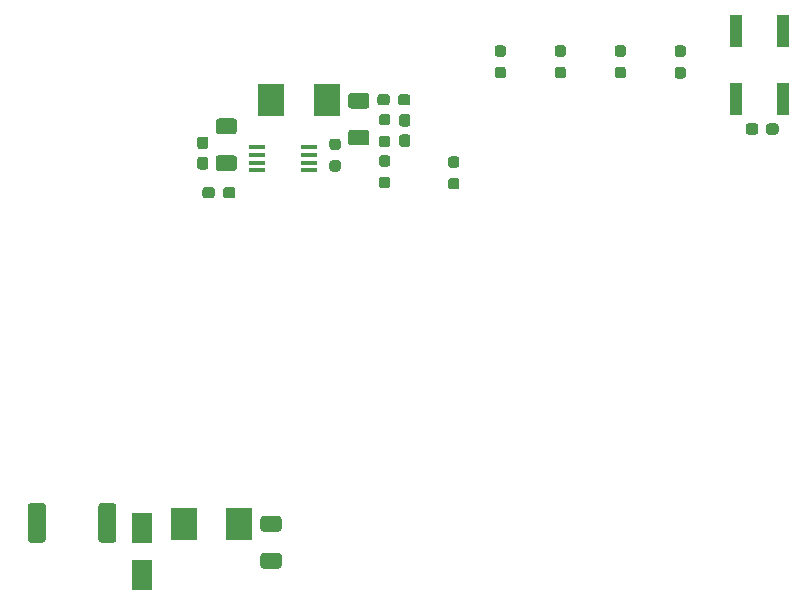
<source format=gbr>
%TF.GenerationSoftware,KiCad,Pcbnew,(5.1.6)-1*%
%TF.CreationDate,2020-11-25T15:36:35+01:00*%
%TF.ProjectId,Board,426f6172-642e-46b6-9963-61645f706362,rev?*%
%TF.SameCoordinates,Original*%
%TF.FileFunction,Paste,Top*%
%TF.FilePolarity,Positive*%
%FSLAX46Y46*%
G04 Gerber Fmt 4.6, Leading zero omitted, Abs format (unit mm)*
G04 Created by KiCad (PCBNEW (5.1.6)-1) date 2020-11-25 15:36:35*
%MOMM*%
%LPD*%
G01*
G04 APERTURE LIST*
%ADD10R,2.200000X2.750000*%
%ADD11R,1.450000X0.450000*%
%ADD12R,1.800000X2.500000*%
%ADD13R,1.000000X2.800000*%
G04 APERTURE END LIST*
D10*
%TO.C,L1*%
X76320000Y-70770000D03*
X71620000Y-70770000D03*
%TD*%
%TO.C,L3*%
X68890000Y-106670000D03*
X64190000Y-106670000D03*
%TD*%
D11*
%TO.C,U1*%
X74820000Y-74795000D03*
X74820000Y-75445000D03*
X74820000Y-76095000D03*
X74820000Y-76745000D03*
X70420000Y-76745000D03*
X70420000Y-76095000D03*
X70420000Y-75445000D03*
X70420000Y-74795000D03*
%TD*%
%TO.C,R20*%
G36*
G01*
X80971500Y-77295000D02*
X81446500Y-77295000D01*
G75*
G02*
X81684000Y-77532500I0J-237500D01*
G01*
X81684000Y-78032500D01*
G75*
G02*
X81446500Y-78270000I-237500J0D01*
G01*
X80971500Y-78270000D01*
G75*
G02*
X80734000Y-78032500I0J237500D01*
G01*
X80734000Y-77532500D01*
G75*
G02*
X80971500Y-77295000I237500J0D01*
G01*
G37*
G36*
G01*
X80971500Y-75470000D02*
X81446500Y-75470000D01*
G75*
G02*
X81684000Y-75707500I0J-237500D01*
G01*
X81684000Y-76207500D01*
G75*
G02*
X81446500Y-76445000I-237500J0D01*
G01*
X80971500Y-76445000D01*
G75*
G02*
X80734000Y-76207500I0J237500D01*
G01*
X80734000Y-75707500D01*
G75*
G02*
X80971500Y-75470000I237500J0D01*
G01*
G37*
%TD*%
%TO.C,R19*%
G36*
G01*
X80971500Y-73795000D02*
X81446500Y-73795000D01*
G75*
G02*
X81684000Y-74032500I0J-237500D01*
G01*
X81684000Y-74532500D01*
G75*
G02*
X81446500Y-74770000I-237500J0D01*
G01*
X80971500Y-74770000D01*
G75*
G02*
X80734000Y-74532500I0J237500D01*
G01*
X80734000Y-74032500D01*
G75*
G02*
X80971500Y-73795000I237500J0D01*
G01*
G37*
G36*
G01*
X80971500Y-71970000D02*
X81446500Y-71970000D01*
G75*
G02*
X81684000Y-72207500I0J-237500D01*
G01*
X81684000Y-72707500D01*
G75*
G02*
X81446500Y-72945000I-237500J0D01*
G01*
X80971500Y-72945000D01*
G75*
G02*
X80734000Y-72707500I0J237500D01*
G01*
X80734000Y-72207500D01*
G75*
G02*
X80971500Y-71970000I237500J0D01*
G01*
G37*
%TD*%
%TO.C,R16*%
G36*
G01*
X91247500Y-67135000D02*
X90772500Y-67135000D01*
G75*
G02*
X90535000Y-66897500I0J237500D01*
G01*
X90535000Y-66397500D01*
G75*
G02*
X90772500Y-66160000I237500J0D01*
G01*
X91247500Y-66160000D01*
G75*
G02*
X91485000Y-66397500I0J-237500D01*
G01*
X91485000Y-66897500D01*
G75*
G02*
X91247500Y-67135000I-237500J0D01*
G01*
G37*
G36*
G01*
X91247500Y-68960000D02*
X90772500Y-68960000D01*
G75*
G02*
X90535000Y-68722500I0J237500D01*
G01*
X90535000Y-68222500D01*
G75*
G02*
X90772500Y-67985000I237500J0D01*
G01*
X91247500Y-67985000D01*
G75*
G02*
X91485000Y-68222500I0J-237500D01*
G01*
X91485000Y-68722500D01*
G75*
G02*
X91247500Y-68960000I-237500J0D01*
G01*
G37*
%TD*%
%TO.C,R15*%
G36*
G01*
X106477500Y-67142500D02*
X106002500Y-67142500D01*
G75*
G02*
X105765000Y-66905000I0J237500D01*
G01*
X105765000Y-66405000D01*
G75*
G02*
X106002500Y-66167500I237500J0D01*
G01*
X106477500Y-66167500D01*
G75*
G02*
X106715000Y-66405000I0J-237500D01*
G01*
X106715000Y-66905000D01*
G75*
G02*
X106477500Y-67142500I-237500J0D01*
G01*
G37*
G36*
G01*
X106477500Y-68967500D02*
X106002500Y-68967500D01*
G75*
G02*
X105765000Y-68730000I0J237500D01*
G01*
X105765000Y-68230000D01*
G75*
G02*
X106002500Y-67992500I237500J0D01*
G01*
X106477500Y-67992500D01*
G75*
G02*
X106715000Y-68230000I0J-237500D01*
G01*
X106715000Y-68730000D01*
G75*
G02*
X106477500Y-68967500I-237500J0D01*
G01*
G37*
%TD*%
%TO.C,R14*%
G36*
G01*
X101407500Y-67132500D02*
X100932500Y-67132500D01*
G75*
G02*
X100695000Y-66895000I0J237500D01*
G01*
X100695000Y-66395000D01*
G75*
G02*
X100932500Y-66157500I237500J0D01*
G01*
X101407500Y-66157500D01*
G75*
G02*
X101645000Y-66395000I0J-237500D01*
G01*
X101645000Y-66895000D01*
G75*
G02*
X101407500Y-67132500I-237500J0D01*
G01*
G37*
G36*
G01*
X101407500Y-68957500D02*
X100932500Y-68957500D01*
G75*
G02*
X100695000Y-68720000I0J237500D01*
G01*
X100695000Y-68220000D01*
G75*
G02*
X100932500Y-67982500I237500J0D01*
G01*
X101407500Y-67982500D01*
G75*
G02*
X101645000Y-68220000I0J-237500D01*
G01*
X101645000Y-68720000D01*
G75*
G02*
X101407500Y-68957500I-237500J0D01*
G01*
G37*
%TD*%
%TO.C,R13*%
G36*
G01*
X96327500Y-67132500D02*
X95852500Y-67132500D01*
G75*
G02*
X95615000Y-66895000I0J237500D01*
G01*
X95615000Y-66395000D01*
G75*
G02*
X95852500Y-66157500I237500J0D01*
G01*
X96327500Y-66157500D01*
G75*
G02*
X96565000Y-66395000I0J-237500D01*
G01*
X96565000Y-66895000D01*
G75*
G02*
X96327500Y-67132500I-237500J0D01*
G01*
G37*
G36*
G01*
X96327500Y-68957500D02*
X95852500Y-68957500D01*
G75*
G02*
X95615000Y-68720000I0J237500D01*
G01*
X95615000Y-68220000D01*
G75*
G02*
X95852500Y-67982500I237500J0D01*
G01*
X96327500Y-67982500D01*
G75*
G02*
X96565000Y-68220000I0J-237500D01*
G01*
X96565000Y-68720000D01*
G75*
G02*
X96327500Y-68957500I-237500J0D01*
G01*
G37*
%TD*%
%TO.C,R8*%
G36*
G01*
X86822500Y-77385000D02*
X87297500Y-77385000D01*
G75*
G02*
X87535000Y-77622500I0J-237500D01*
G01*
X87535000Y-78122500D01*
G75*
G02*
X87297500Y-78360000I-237500J0D01*
G01*
X86822500Y-78360000D01*
G75*
G02*
X86585000Y-78122500I0J237500D01*
G01*
X86585000Y-77622500D01*
G75*
G02*
X86822500Y-77385000I237500J0D01*
G01*
G37*
G36*
G01*
X86822500Y-75560000D02*
X87297500Y-75560000D01*
G75*
G02*
X87535000Y-75797500I0J-237500D01*
G01*
X87535000Y-76297500D01*
G75*
G02*
X87297500Y-76535000I-237500J0D01*
G01*
X86822500Y-76535000D01*
G75*
G02*
X86585000Y-76297500I0J237500D01*
G01*
X86585000Y-75797500D01*
G75*
G02*
X86822500Y-75560000I237500J0D01*
G01*
G37*
%TD*%
%TO.C,R3*%
G36*
G01*
X77257500Y-75032500D02*
X76782500Y-75032500D01*
G75*
G02*
X76545000Y-74795000I0J237500D01*
G01*
X76545000Y-74295000D01*
G75*
G02*
X76782500Y-74057500I237500J0D01*
G01*
X77257500Y-74057500D01*
G75*
G02*
X77495000Y-74295000I0J-237500D01*
G01*
X77495000Y-74795000D01*
G75*
G02*
X77257500Y-75032500I-237500J0D01*
G01*
G37*
G36*
G01*
X77257500Y-76857500D02*
X76782500Y-76857500D01*
G75*
G02*
X76545000Y-76620000I0J237500D01*
G01*
X76545000Y-76120000D01*
G75*
G02*
X76782500Y-75882500I237500J0D01*
G01*
X77257500Y-75882500D01*
G75*
G02*
X77495000Y-76120000I0J-237500D01*
G01*
X77495000Y-76620000D01*
G75*
G02*
X77257500Y-76857500I-237500J0D01*
G01*
G37*
%TD*%
%TO.C,C10*%
G36*
G01*
X82682500Y-73695000D02*
X83157500Y-73695000D01*
G75*
G02*
X83395000Y-73932500I0J-237500D01*
G01*
X83395000Y-74532500D01*
G75*
G02*
X83157500Y-74770000I-237500J0D01*
G01*
X82682500Y-74770000D01*
G75*
G02*
X82445000Y-74532500I0J237500D01*
G01*
X82445000Y-73932500D01*
G75*
G02*
X82682500Y-73695000I237500J0D01*
G01*
G37*
G36*
G01*
X82682500Y-71970000D02*
X83157500Y-71970000D01*
G75*
G02*
X83395000Y-72207500I0J-237500D01*
G01*
X83395000Y-72807500D01*
G75*
G02*
X83157500Y-73045000I-237500J0D01*
G01*
X82682500Y-73045000D01*
G75*
G02*
X82445000Y-72807500I0J237500D01*
G01*
X82445000Y-72207500D01*
G75*
G02*
X82682500Y-71970000I237500J0D01*
G01*
G37*
%TD*%
%TO.C,C9*%
G36*
G01*
X66047500Y-74952500D02*
X65572500Y-74952500D01*
G75*
G02*
X65335000Y-74715000I0J237500D01*
G01*
X65335000Y-74115000D01*
G75*
G02*
X65572500Y-73877500I237500J0D01*
G01*
X66047500Y-73877500D01*
G75*
G02*
X66285000Y-74115000I0J-237500D01*
G01*
X66285000Y-74715000D01*
G75*
G02*
X66047500Y-74952500I-237500J0D01*
G01*
G37*
G36*
G01*
X66047500Y-76677500D02*
X65572500Y-76677500D01*
G75*
G02*
X65335000Y-76440000I0J237500D01*
G01*
X65335000Y-75840000D01*
G75*
G02*
X65572500Y-75602500I237500J0D01*
G01*
X66047500Y-75602500D01*
G75*
G02*
X66285000Y-75840000I0J-237500D01*
G01*
X66285000Y-76440000D01*
G75*
G02*
X66047500Y-76677500I-237500J0D01*
G01*
G37*
%TD*%
%TO.C,C8*%
G36*
G01*
X112855000Y-73012500D02*
X112855000Y-73487500D01*
G75*
G02*
X112617500Y-73725000I-237500J0D01*
G01*
X112017500Y-73725000D01*
G75*
G02*
X111780000Y-73487500I0J237500D01*
G01*
X111780000Y-73012500D01*
G75*
G02*
X112017500Y-72775000I237500J0D01*
G01*
X112617500Y-72775000D01*
G75*
G02*
X112855000Y-73012500I0J-237500D01*
G01*
G37*
G36*
G01*
X114580000Y-73012500D02*
X114580000Y-73487500D01*
G75*
G02*
X114342500Y-73725000I-237500J0D01*
G01*
X113742500Y-73725000D01*
G75*
G02*
X113505000Y-73487500I0J237500D01*
G01*
X113505000Y-73012500D01*
G75*
G02*
X113742500Y-72775000I237500J0D01*
G01*
X114342500Y-72775000D01*
G75*
G02*
X114580000Y-73012500I0J-237500D01*
G01*
G37*
%TD*%
%TO.C,FB2*%
G36*
G01*
X81645000Y-70532500D02*
X81645000Y-71007500D01*
G75*
G02*
X81407500Y-71245000I-237500J0D01*
G01*
X80832500Y-71245000D01*
G75*
G02*
X80595000Y-71007500I0J237500D01*
G01*
X80595000Y-70532500D01*
G75*
G02*
X80832500Y-70295000I237500J0D01*
G01*
X81407500Y-70295000D01*
G75*
G02*
X81645000Y-70532500I0J-237500D01*
G01*
G37*
G36*
G01*
X83395000Y-70532500D02*
X83395000Y-71007500D01*
G75*
G02*
X83157500Y-71245000I-237500J0D01*
G01*
X82582500Y-71245000D01*
G75*
G02*
X82345000Y-71007500I0J237500D01*
G01*
X82345000Y-70532500D01*
G75*
G02*
X82582500Y-70295000I237500J0D01*
G01*
X83157500Y-70295000D01*
G75*
G02*
X83395000Y-70532500I0J-237500D01*
G01*
G37*
%TD*%
%TO.C,FB1*%
G36*
G01*
X66835000Y-78402500D02*
X66835000Y-78877500D01*
G75*
G02*
X66597500Y-79115000I-237500J0D01*
G01*
X66022500Y-79115000D01*
G75*
G02*
X65785000Y-78877500I0J237500D01*
G01*
X65785000Y-78402500D01*
G75*
G02*
X66022500Y-78165000I237500J0D01*
G01*
X66597500Y-78165000D01*
G75*
G02*
X66835000Y-78402500I0J-237500D01*
G01*
G37*
G36*
G01*
X68585000Y-78402500D02*
X68585000Y-78877500D01*
G75*
G02*
X68347500Y-79115000I-237500J0D01*
G01*
X67772500Y-79115000D01*
G75*
G02*
X67535000Y-78877500I0J237500D01*
G01*
X67535000Y-78402500D01*
G75*
G02*
X67772500Y-78165000I237500J0D01*
G01*
X68347500Y-78165000D01*
G75*
G02*
X68585000Y-78402500I0J-237500D01*
G01*
G37*
%TD*%
%TO.C,C16*%
G36*
G01*
X70949999Y-109140000D02*
X72250001Y-109140000D01*
G75*
G02*
X72500000Y-109389999I0J-249999D01*
G01*
X72500000Y-110215001D01*
G75*
G02*
X72250001Y-110465000I-249999J0D01*
G01*
X70949999Y-110465000D01*
G75*
G02*
X70700000Y-110215001I0J249999D01*
G01*
X70700000Y-109389999D01*
G75*
G02*
X70949999Y-109140000I249999J0D01*
G01*
G37*
G36*
G01*
X70949999Y-106015000D02*
X72250001Y-106015000D01*
G75*
G02*
X72500000Y-106264999I0J-249999D01*
G01*
X72500000Y-107090001D01*
G75*
G02*
X72250001Y-107340000I-249999J0D01*
G01*
X70949999Y-107340000D01*
G75*
G02*
X70700000Y-107090001I0J249999D01*
G01*
X70700000Y-106264999D01*
G75*
G02*
X70949999Y-106015000I249999J0D01*
G01*
G37*
%TD*%
%TO.C,C3*%
G36*
G01*
X78369999Y-73312500D02*
X79670001Y-73312500D01*
G75*
G02*
X79920000Y-73562499I0J-249999D01*
G01*
X79920000Y-74387501D01*
G75*
G02*
X79670001Y-74637500I-249999J0D01*
G01*
X78369999Y-74637500D01*
G75*
G02*
X78120000Y-74387501I0J249999D01*
G01*
X78120000Y-73562499D01*
G75*
G02*
X78369999Y-73312500I249999J0D01*
G01*
G37*
G36*
G01*
X78369999Y-70187500D02*
X79670001Y-70187500D01*
G75*
G02*
X79920000Y-70437499I0J-249999D01*
G01*
X79920000Y-71262501D01*
G75*
G02*
X79670001Y-71512500I-249999J0D01*
G01*
X78369999Y-71512500D01*
G75*
G02*
X78120000Y-71262501I0J249999D01*
G01*
X78120000Y-70437499D01*
G75*
G02*
X78369999Y-70187500I249999J0D01*
G01*
G37*
%TD*%
%TO.C,C2*%
G36*
G01*
X68460001Y-73677500D02*
X67159999Y-73677500D01*
G75*
G02*
X66910000Y-73427501I0J249999D01*
G01*
X66910000Y-72602499D01*
G75*
G02*
X67159999Y-72352500I249999J0D01*
G01*
X68460001Y-72352500D01*
G75*
G02*
X68710000Y-72602499I0J-249999D01*
G01*
X68710000Y-73427501D01*
G75*
G02*
X68460001Y-73677500I-249999J0D01*
G01*
G37*
G36*
G01*
X68460001Y-76802500D02*
X67159999Y-76802500D01*
G75*
G02*
X66910000Y-76552501I0J249999D01*
G01*
X66910000Y-75727499D01*
G75*
G02*
X67159999Y-75477500I249999J0D01*
G01*
X68460001Y-75477500D01*
G75*
G02*
X68710000Y-75727499I0J-249999D01*
G01*
X68710000Y-76552501D01*
G75*
G02*
X68460001Y-76802500I-249999J0D01*
G01*
G37*
%TD*%
%TO.C,F1*%
G36*
G01*
X52527500Y-105164999D02*
X52527500Y-108015001D01*
G75*
G02*
X52277501Y-108265000I-249999J0D01*
G01*
X51252499Y-108265000D01*
G75*
G02*
X51002500Y-108015001I0J249999D01*
G01*
X51002500Y-105164999D01*
G75*
G02*
X51252499Y-104915000I249999J0D01*
G01*
X52277501Y-104915000D01*
G75*
G02*
X52527500Y-105164999I0J-249999D01*
G01*
G37*
G36*
G01*
X58502500Y-105164999D02*
X58502500Y-108015001D01*
G75*
G02*
X58252501Y-108265000I-249999J0D01*
G01*
X57227499Y-108265000D01*
G75*
G02*
X56977500Y-108015001I0J249999D01*
G01*
X56977500Y-105164999D01*
G75*
G02*
X57227499Y-104915000I249999J0D01*
G01*
X58252501Y-104915000D01*
G75*
G02*
X58502500Y-105164999I0J-249999D01*
G01*
G37*
%TD*%
D12*
%TO.C,D8*%
X60700000Y-110990000D03*
X60700000Y-106990000D03*
%TD*%
D13*
%TO.C,SW1*%
X110950000Y-70730000D03*
X110950000Y-64930000D03*
X114950000Y-70730000D03*
X114950000Y-64930000D03*
%TD*%
M02*

</source>
